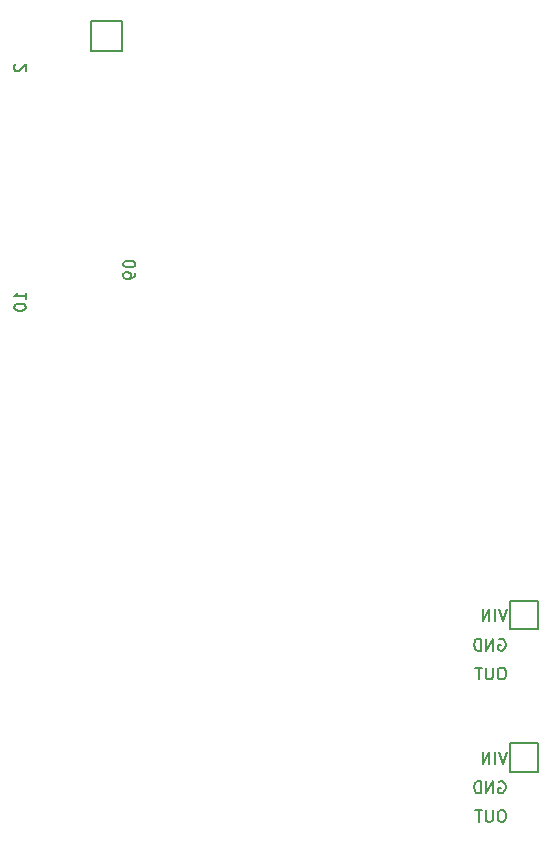
<source format=gbo>
G04 #@! TF.GenerationSoftware,KiCad,Pcbnew,5.0.2-bee76a0~70~ubuntu18.04.1*
G04 #@! TF.CreationDate,2019-08-05T20:33:20-05:00*
G04 #@! TF.ProjectId,BBB_SHIELD_V2,4242425f-5348-4494-954c-445f56322e6b,rev?*
G04 #@! TF.SameCoordinates,Original*
G04 #@! TF.FileFunction,Legend,Bot*
G04 #@! TF.FilePolarity,Positive*
%FSLAX46Y46*%
G04 Gerber Fmt 4.6, Leading zero omitted, Abs format (unit mm)*
G04 Created by KiCad (PCBNEW 5.0.2-bee76a0~70~ubuntu18.04.1) date Mon 05 Aug 2019 08:33:20 PM CDT*
%MOMM*%
%LPD*%
G01*
G04 APERTURE LIST*
%ADD10C,0.150000*%
G04 APERTURE END LIST*
D10*
G04 #@! TO.C,P12V1*
X174210000Y-123910000D02*
X171810000Y-123910000D01*
X174210000Y-121510000D02*
X174210000Y-123910000D01*
X171810000Y-121510000D02*
X174210000Y-121510000D01*
X171810000Y-123910000D02*
X171810000Y-121510000D01*
G04 #@! TO.C,P5V1*
X174210000Y-135980000D02*
X171810000Y-135980000D01*
X174210000Y-133580000D02*
X174210000Y-135980000D01*
X171810000Y-133580000D02*
X174210000Y-133580000D01*
X171810000Y-135980000D02*
X171810000Y-133580000D01*
G04 #@! TO.C,J4*
X138980000Y-72370000D02*
X138980000Y-74970000D01*
X138980000Y-74970000D02*
X136380000Y-74970000D01*
X136380000Y-74970000D02*
X136380000Y-72370000D01*
X136380000Y-72370000D02*
X138980000Y-72370000D01*
G04 #@! TO.C,P12V1*
X171210001Y-127162380D02*
X171019524Y-127162380D01*
X170924286Y-127210000D01*
X170829048Y-127305238D01*
X170781429Y-127495714D01*
X170781429Y-127829047D01*
X170829048Y-128019523D01*
X170924286Y-128114761D01*
X171019524Y-128162380D01*
X171210001Y-128162380D01*
X171305239Y-128114761D01*
X171400477Y-128019523D01*
X171448096Y-127829047D01*
X171448096Y-127495714D01*
X171400477Y-127305238D01*
X171305239Y-127210000D01*
X171210001Y-127162380D01*
X170352858Y-127162380D02*
X170352858Y-127971904D01*
X170305239Y-128067142D01*
X170257620Y-128114761D01*
X170162381Y-128162380D01*
X169971905Y-128162380D01*
X169876667Y-128114761D01*
X169829048Y-128067142D01*
X169781429Y-127971904D01*
X169781429Y-127162380D01*
X169448096Y-127162380D02*
X168876667Y-127162380D01*
X169162381Y-128162380D02*
X169162381Y-127162380D01*
X170876666Y-124760000D02*
X170971904Y-124712380D01*
X171114762Y-124712380D01*
X171257619Y-124760000D01*
X171352857Y-124855238D01*
X171400476Y-124950476D01*
X171448095Y-125140952D01*
X171448095Y-125283809D01*
X171400476Y-125474285D01*
X171352857Y-125569523D01*
X171257619Y-125664761D01*
X171114762Y-125712380D01*
X171019523Y-125712380D01*
X170876666Y-125664761D01*
X170829047Y-125617142D01*
X170829047Y-125283809D01*
X171019523Y-125283809D01*
X170400476Y-125712380D02*
X170400476Y-124712380D01*
X169829047Y-125712380D01*
X169829047Y-124712380D01*
X169352857Y-125712380D02*
X169352857Y-124712380D01*
X169114762Y-124712380D01*
X168971904Y-124760000D01*
X168876666Y-124855238D01*
X168829047Y-124950476D01*
X168781428Y-125140952D01*
X168781428Y-125283809D01*
X168829047Y-125474285D01*
X168876666Y-125569523D01*
X168971904Y-125664761D01*
X169114762Y-125712380D01*
X169352857Y-125712380D01*
X171543334Y-122212380D02*
X171210000Y-123212380D01*
X170876667Y-122212380D01*
X170543334Y-123212380D02*
X170543334Y-122212380D01*
X170067143Y-123212380D02*
X170067143Y-122212380D01*
X169495715Y-123212380D01*
X169495715Y-122212380D01*
G04 #@! TO.C,P5V1*
X171210001Y-139232380D02*
X171019524Y-139232380D01*
X170924286Y-139280000D01*
X170829048Y-139375238D01*
X170781429Y-139565714D01*
X170781429Y-139899047D01*
X170829048Y-140089523D01*
X170924286Y-140184761D01*
X171019524Y-140232380D01*
X171210001Y-140232380D01*
X171305239Y-140184761D01*
X171400477Y-140089523D01*
X171448096Y-139899047D01*
X171448096Y-139565714D01*
X171400477Y-139375238D01*
X171305239Y-139280000D01*
X171210001Y-139232380D01*
X170352858Y-139232380D02*
X170352858Y-140041904D01*
X170305239Y-140137142D01*
X170257620Y-140184761D01*
X170162381Y-140232380D01*
X169971905Y-140232380D01*
X169876667Y-140184761D01*
X169829048Y-140137142D01*
X169781429Y-140041904D01*
X169781429Y-139232380D01*
X169448096Y-139232380D02*
X168876667Y-139232380D01*
X169162381Y-140232380D02*
X169162381Y-139232380D01*
X170876666Y-136830000D02*
X170971904Y-136782380D01*
X171114762Y-136782380D01*
X171257619Y-136830000D01*
X171352857Y-136925238D01*
X171400476Y-137020476D01*
X171448095Y-137210952D01*
X171448095Y-137353809D01*
X171400476Y-137544285D01*
X171352857Y-137639523D01*
X171257619Y-137734761D01*
X171114762Y-137782380D01*
X171019523Y-137782380D01*
X170876666Y-137734761D01*
X170829047Y-137687142D01*
X170829047Y-137353809D01*
X171019523Y-137353809D01*
X170400476Y-137782380D02*
X170400476Y-136782380D01*
X169829047Y-137782380D01*
X169829047Y-136782380D01*
X169352857Y-137782380D02*
X169352857Y-136782380D01*
X169114762Y-136782380D01*
X168971904Y-136830000D01*
X168876666Y-136925238D01*
X168829047Y-137020476D01*
X168781428Y-137210952D01*
X168781428Y-137353809D01*
X168829047Y-137544285D01*
X168876666Y-137639523D01*
X168971904Y-137734761D01*
X169114762Y-137782380D01*
X169352857Y-137782380D01*
X171543334Y-134282380D02*
X171210000Y-135282380D01*
X170876667Y-134282380D01*
X170543334Y-135282380D02*
X170543334Y-134282380D01*
X170067143Y-135282380D02*
X170067143Y-134282380D01*
X169495715Y-135282380D01*
X169495715Y-134282380D01*
G04 #@! TO.C,J4*
X129927619Y-76084285D02*
X129880000Y-76131904D01*
X129832380Y-76227142D01*
X129832380Y-76465238D01*
X129880000Y-76560476D01*
X129927619Y-76608095D01*
X130022857Y-76655714D01*
X130118095Y-76655714D01*
X130260952Y-76608095D01*
X130832380Y-76036666D01*
X130832380Y-76655714D01*
X130832380Y-95979523D02*
X130832380Y-95408095D01*
X130832380Y-95693809D02*
X129832380Y-95693809D01*
X129975238Y-95598571D01*
X130070476Y-95503333D01*
X130118095Y-95408095D01*
X129832380Y-96598571D02*
X129832380Y-96693809D01*
X129880000Y-96789047D01*
X129927619Y-96836666D01*
X130022857Y-96884285D01*
X130213333Y-96931904D01*
X130451428Y-96931904D01*
X130641904Y-96884285D01*
X130737142Y-96836666D01*
X130784761Y-96789047D01*
X130832380Y-96693809D01*
X130832380Y-96598571D01*
X130784761Y-96503333D01*
X130737142Y-96455714D01*
X130641904Y-96408095D01*
X130451428Y-96360476D01*
X130213333Y-96360476D01*
X130022857Y-96408095D01*
X129927619Y-96455714D01*
X129880000Y-96503333D01*
X129832380Y-96598571D01*
X139082380Y-92946190D02*
X139082380Y-93041428D01*
X139130000Y-93136666D01*
X139177619Y-93184285D01*
X139272857Y-93231904D01*
X139463333Y-93279523D01*
X139701428Y-93279523D01*
X139891904Y-93231904D01*
X139987142Y-93184285D01*
X140034761Y-93136666D01*
X140082380Y-93041428D01*
X140082380Y-92946190D01*
X140034761Y-92850952D01*
X139987142Y-92803333D01*
X139891904Y-92755714D01*
X139701428Y-92708095D01*
X139463333Y-92708095D01*
X139272857Y-92755714D01*
X139177619Y-92803333D01*
X139130000Y-92850952D01*
X139082380Y-92946190D01*
X140082380Y-93755714D02*
X140082380Y-93946190D01*
X140034761Y-94041428D01*
X139987142Y-94089047D01*
X139844285Y-94184285D01*
X139653809Y-94231904D01*
X139272857Y-94231904D01*
X139177619Y-94184285D01*
X139130000Y-94136666D01*
X139082380Y-94041428D01*
X139082380Y-93850952D01*
X139130000Y-93755714D01*
X139177619Y-93708095D01*
X139272857Y-93660476D01*
X139510952Y-93660476D01*
X139606190Y-93708095D01*
X139653809Y-93755714D01*
X139701428Y-93850952D01*
X139701428Y-94041428D01*
X139653809Y-94136666D01*
X139606190Y-94184285D01*
X139510952Y-94231904D01*
G04 #@! TD*
M02*

</source>
